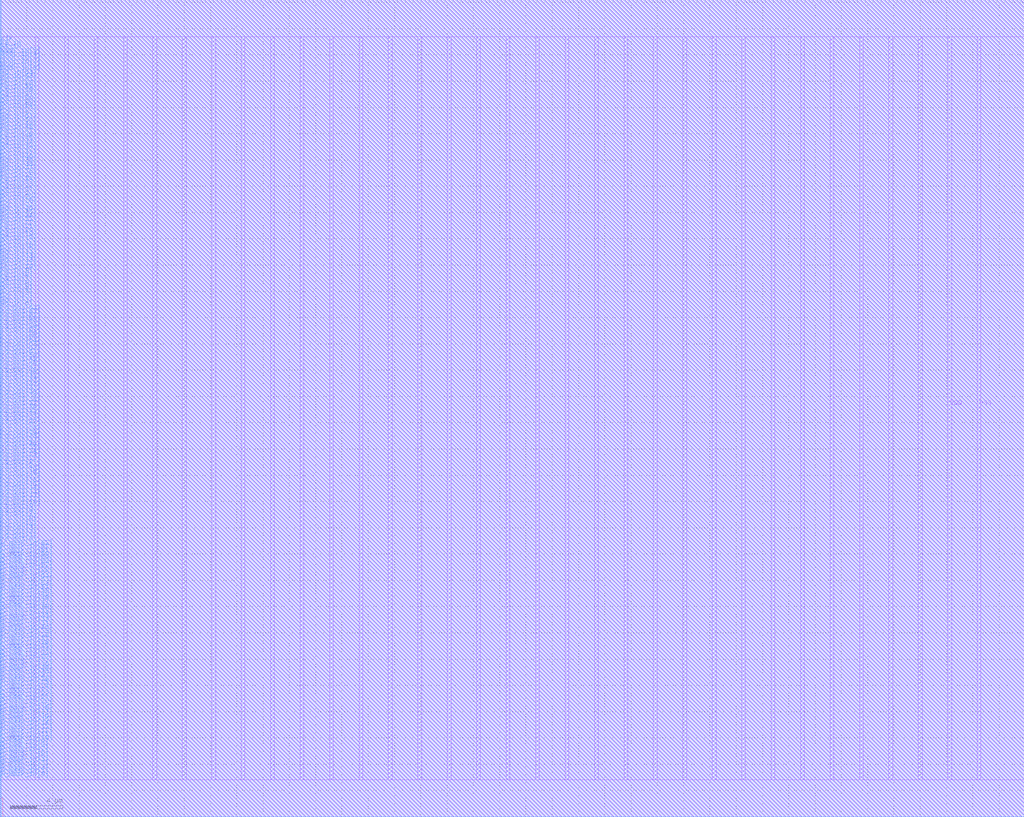
<source format=lef>
VERSION 5.7 ;
BUSBITCHARS "[]" ;
MACRO fakeram45_64x64_bottom
  FOREIGN fakeram45_64x64_bottom 0 0 ;
  SYMMETRY X Y R90 ;
  SIZE 0.19 BY 1.4 ;
  CLASS BLOCK ;
  PIN w_mask_in[0]
    DIRECTION INPUT ;
    USE SIGNAL ;
    SHAPE ABUTMENT ;
    PORT
      LAYER metal3 ;
      RECT 0.000 2.800 0.070 2.870 ;
    END
  END w_mask_in[0]
  PIN w_mask_in[1]
    DIRECTION INPUT ;
    USE SIGNAL ;
    SHAPE ABUTMENT ;
    PORT
      LAYER metal3 ;
      RECT 0.000 3.080 0.070 3.150 ;
    END
  END w_mask_in[1]
  PIN w_mask_in[2]
    DIRECTION INPUT ;
    USE SIGNAL ;
    SHAPE ABUTMENT ;
    PORT
      LAYER metal3 ;
      RECT 0.000 3.360 0.070 3.430 ;
    END
  END w_mask_in[2]
  PIN w_mask_in[3]
    DIRECTION INPUT ;
    USE SIGNAL ;
    SHAPE ABUTMENT ;
    PORT
      LAYER metal3 ;
      RECT 0.000 3.640 0.070 3.710 ;
    END
  END w_mask_in[3]
  PIN w_mask_in[4]
    DIRECTION INPUT ;
    USE SIGNAL ;
    SHAPE ABUTMENT ;
    PORT
      LAYER metal3 ;
      RECT 0.000 3.920 0.070 3.990 ;
    END
  END w_mask_in[4]
  PIN w_mask_in[5]
    DIRECTION INPUT ;
    USE SIGNAL ;
    SHAPE ABUTMENT ;
    PORT
      LAYER metal3 ;
      RECT 0.000 4.200 0.070 4.270 ;
    END
  END w_mask_in[5]
  PIN w_mask_in[6]
    DIRECTION INPUT ;
    USE SIGNAL ;
    SHAPE ABUTMENT ;
    PORT
      LAYER metal3 ;
      RECT 0.000 4.480 0.070 4.550 ;
    END
  END w_mask_in[6]
  PIN w_mask_in[7]
    DIRECTION INPUT ;
    USE SIGNAL ;
    SHAPE ABUTMENT ;
    PORT
      LAYER metal3 ;
      RECT 0.000 4.760 0.070 4.830 ;
    END
  END w_mask_in[7]
  PIN w_mask_in[8]
    DIRECTION INPUT ;
    USE SIGNAL ;
    SHAPE ABUTMENT ;
    PORT
      LAYER metal3 ;
      RECT 0.000 5.040 0.070 5.110 ;
    END
  END w_mask_in[8]
  PIN w_mask_in[9]
    DIRECTION INPUT ;
    USE SIGNAL ;
    SHAPE ABUTMENT ;
    PORT
      LAYER metal3 ;
      RECT 0.000 5.320 0.070 5.390 ;
    END
  END w_mask_in[9]
  PIN w_mask_in[10]
    DIRECTION INPUT ;
    USE SIGNAL ;
    SHAPE ABUTMENT ;
    PORT
      LAYER metal3 ;
      RECT 0.000 5.600 0.070 5.670 ;
    END
  END w_mask_in[10]
  PIN w_mask_in[11]
    DIRECTION INPUT ;
    USE SIGNAL ;
    SHAPE ABUTMENT ;
    PORT
      LAYER metal3 ;
      RECT 0.000 5.880 0.070 5.950 ;
    END
  END w_mask_in[11]
  PIN w_mask_in[12]
    DIRECTION INPUT ;
    USE SIGNAL ;
    SHAPE ABUTMENT ;
    PORT
      LAYER metal3 ;
      RECT 0.000 6.160 0.070 6.230 ;
    END
  END w_mask_in[12]
  PIN w_mask_in[13]
    DIRECTION INPUT ;
    USE SIGNAL ;
    SHAPE ABUTMENT ;
    PORT
      LAYER metal3 ;
      RECT 0.000 6.440 0.070 6.510 ;
    END
  END w_mask_in[13]
  PIN w_mask_in[14]
    DIRECTION INPUT ;
    USE SIGNAL ;
    SHAPE ABUTMENT ;
    PORT
      LAYER metal3 ;
      RECT 0.000 6.720 0.070 6.790 ;
    END
  END w_mask_in[14]
  PIN w_mask_in[15]
    DIRECTION INPUT ;
    USE SIGNAL ;
    SHAPE ABUTMENT ;
    PORT
      LAYER metal3 ;
      RECT 0.000 7.000 0.070 7.070 ;
    END
  END w_mask_in[15]
  PIN w_mask_in[16]
    DIRECTION INPUT ;
    USE SIGNAL ;
    SHAPE ABUTMENT ;
    PORT
      LAYER metal3 ;
      RECT 0.000 7.280 0.070 7.350 ;
    END
  END w_mask_in[16]
  PIN w_mask_in[17]
    DIRECTION INPUT ;
    USE SIGNAL ;
    SHAPE ABUTMENT ;
    PORT
      LAYER metal3 ;
      RECT 0.000 7.560 0.070 7.630 ;
    END
  END w_mask_in[17]
  PIN w_mask_in[18]
    DIRECTION INPUT ;
    USE SIGNAL ;
    SHAPE ABUTMENT ;
    PORT
      LAYER metal3 ;
      RECT 0.000 7.840 0.070 7.910 ;
    END
  END w_mask_in[18]
  PIN w_mask_in[19]
    DIRECTION INPUT ;
    USE SIGNAL ;
    SHAPE ABUTMENT ;
    PORT
      LAYER metal3 ;
      RECT 0.000 8.120 0.070 8.190 ;
    END
  END w_mask_in[19]
  PIN w_mask_in[20]
    DIRECTION INPUT ;
    USE SIGNAL ;
    SHAPE ABUTMENT ;
    PORT
      LAYER metal3 ;
      RECT 0.000 8.400 0.070 8.470 ;
    END
  END w_mask_in[20]
  PIN w_mask_in[21]
    DIRECTION INPUT ;
    USE SIGNAL ;
    SHAPE ABUTMENT ;
    PORT
      LAYER metal3 ;
      RECT 0.000 8.680 0.070 8.750 ;
    END
  END w_mask_in[21]
  PIN w_mask_in[22]
    DIRECTION INPUT ;
    USE SIGNAL ;
    SHAPE ABUTMENT ;
    PORT
      LAYER metal3 ;
      RECT 0.000 8.960 0.070 9.030 ;
    END
  END w_mask_in[22]
  PIN w_mask_in[23]
    DIRECTION INPUT ;
    USE SIGNAL ;
    SHAPE ABUTMENT ;
    PORT
      LAYER metal3 ;
      RECT 0.000 9.240 0.070 9.310 ;
    END
  END w_mask_in[23]
  PIN w_mask_in[24]
    DIRECTION INPUT ;
    USE SIGNAL ;
    SHAPE ABUTMENT ;
    PORT
      LAYER metal3 ;
      RECT 0.000 9.520 0.070 9.590 ;
    END
  END w_mask_in[24]
  PIN w_mask_in[25]
    DIRECTION INPUT ;
    USE SIGNAL ;
    SHAPE ABUTMENT ;
    PORT
      LAYER metal3 ;
      RECT 0.000 9.800 0.070 9.870 ;
    END
  END w_mask_in[25]
  PIN w_mask_in[26]
    DIRECTION INPUT ;
    USE SIGNAL ;
    SHAPE ABUTMENT ;
    PORT
      LAYER metal3 ;
      RECT 0.000 10.080 0.070 10.150 ;
    END
  END w_mask_in[26]
  PIN w_mask_in[27]
    DIRECTION INPUT ;
    USE SIGNAL ;
    SHAPE ABUTMENT ;
    PORT
      LAYER metal3 ;
      RECT 0.000 10.360 0.070 10.430 ;
    END
  END w_mask_in[27]
  PIN w_mask_in[28]
    DIRECTION INPUT ;
    USE SIGNAL ;
    SHAPE ABUTMENT ;
    PORT
      LAYER metal3 ;
      RECT 0.000 10.640 0.070 10.710 ;
    END
  END w_mask_in[28]
  PIN w_mask_in[29]
    DIRECTION INPUT ;
    USE SIGNAL ;
    SHAPE ABUTMENT ;
    PORT
      LAYER metal3 ;
      RECT 0.000 10.920 0.070 10.990 ;
    END
  END w_mask_in[29]
  PIN w_mask_in[30]
    DIRECTION INPUT ;
    USE SIGNAL ;
    SHAPE ABUTMENT ;
    PORT
      LAYER metal3 ;
      RECT 0.000 11.200 0.070 11.270 ;
    END
  END w_mask_in[30]
  PIN w_mask_in[31]
    DIRECTION INPUT ;
    USE SIGNAL ;
    SHAPE ABUTMENT ;
    PORT
      LAYER metal3 ;
      RECT 0.000 11.480 0.070 11.550 ;
    END
  END w_mask_in[31]
  PIN w_mask_in[32]
    DIRECTION INPUT ;
    USE SIGNAL ;
    SHAPE ABUTMENT ;
    PORT
      LAYER metal3 ;
      RECT 0.000 11.760 0.070 11.830 ;
    END
  END w_mask_in[32]
  PIN w_mask_in[33]
    DIRECTION INPUT ;
    USE SIGNAL ;
    SHAPE ABUTMENT ;
    PORT
      LAYER metal3 ;
      RECT 0.000 12.040 0.070 12.110 ;
    END
  END w_mask_in[33]
  PIN w_mask_in[34]
    DIRECTION INPUT ;
    USE SIGNAL ;
    SHAPE ABUTMENT ;
    PORT
      LAYER metal3 ;
      RECT 0.000 12.320 0.070 12.390 ;
    END
  END w_mask_in[34]
  PIN w_mask_in[35]
    DIRECTION INPUT ;
    USE SIGNAL ;
    SHAPE ABUTMENT ;
    PORT
      LAYER metal3 ;
      RECT 0.000 12.600 0.070 12.670 ;
    END
  END w_mask_in[35]
  PIN w_mask_in[36]
    DIRECTION INPUT ;
    USE SIGNAL ;
    SHAPE ABUTMENT ;
    PORT
      LAYER metal3 ;
      RECT 0.000 12.880 0.070 12.950 ;
    END
  END w_mask_in[36]
  PIN w_mask_in[37]
    DIRECTION INPUT ;
    USE SIGNAL ;
    SHAPE ABUTMENT ;
    PORT
      LAYER metal3 ;
      RECT 0.000 13.160 0.070 13.230 ;
    END
  END w_mask_in[37]
  PIN w_mask_in[38]
    DIRECTION INPUT ;
    USE SIGNAL ;
    SHAPE ABUTMENT ;
    PORT
      LAYER metal3 ;
      RECT 0.000 13.440 0.070 13.510 ;
    END
  END w_mask_in[38]
  PIN w_mask_in[39]
    DIRECTION INPUT ;
    USE SIGNAL ;
    SHAPE ABUTMENT ;
    PORT
      LAYER metal3 ;
      RECT 0.000 13.720 0.070 13.790 ;
    END
  END w_mask_in[39]
  PIN w_mask_in[40]
    DIRECTION INPUT ;
    USE SIGNAL ;
    SHAPE ABUTMENT ;
    PORT
      LAYER metal3 ;
      RECT 0.000 14.000 0.070 14.070 ;
    END
  END w_mask_in[40]
  PIN w_mask_in[41]
    DIRECTION INPUT ;
    USE SIGNAL ;
    SHAPE ABUTMENT ;
    PORT
      LAYER metal3 ;
      RECT 0.000 14.280 0.070 14.350 ;
    END
  END w_mask_in[41]
  PIN w_mask_in[42]
    DIRECTION INPUT ;
    USE SIGNAL ;
    SHAPE ABUTMENT ;
    PORT
      LAYER metal3 ;
      RECT 0.000 14.560 0.070 14.630 ;
    END
  END w_mask_in[42]
  PIN w_mask_in[43]
    DIRECTION INPUT ;
    USE SIGNAL ;
    SHAPE ABUTMENT ;
    PORT
      LAYER metal3 ;
      RECT 0.000 14.840 0.070 14.910 ;
    END
  END w_mask_in[43]
  PIN w_mask_in[44]
    DIRECTION INPUT ;
    USE SIGNAL ;
    SHAPE ABUTMENT ;
    PORT
      LAYER metal3 ;
      RECT 0.000 15.120 0.070 15.190 ;
    END
  END w_mask_in[44]
  PIN w_mask_in[45]
    DIRECTION INPUT ;
    USE SIGNAL ;
    SHAPE ABUTMENT ;
    PORT
      LAYER metal3 ;
      RECT 0.000 15.400 0.070 15.470 ;
    END
  END w_mask_in[45]
  PIN w_mask_in[46]
    DIRECTION INPUT ;
    USE SIGNAL ;
    SHAPE ABUTMENT ;
    PORT
      LAYER metal3 ;
      RECT 0.000 15.680 0.070 15.750 ;
    END
  END w_mask_in[46]
  PIN w_mask_in[47]
    DIRECTION INPUT ;
    USE SIGNAL ;
    SHAPE ABUTMENT ;
    PORT
      LAYER metal3 ;
      RECT 0.000 15.960 0.070 16.030 ;
    END
  END w_mask_in[47]
  PIN w_mask_in[48]
    DIRECTION INPUT ;
    USE SIGNAL ;
    SHAPE ABUTMENT ;
    PORT
      LAYER metal3 ;
      RECT 0.000 16.240 0.070 16.310 ;
    END
  END w_mask_in[48]
  PIN w_mask_in[49]
    DIRECTION INPUT ;
    USE SIGNAL ;
    SHAPE ABUTMENT ;
    PORT
      LAYER metal3 ;
      RECT 0.000 16.520 0.070 16.590 ;
    END
  END w_mask_in[49]
  PIN w_mask_in[50]
    DIRECTION INPUT ;
    USE SIGNAL ;
    SHAPE ABUTMENT ;
    PORT
      LAYER metal3 ;
      RECT 0.000 16.800 0.070 16.870 ;
    END
  END w_mask_in[50]
  PIN w_mask_in[51]
    DIRECTION INPUT ;
    USE SIGNAL ;
    SHAPE ABUTMENT ;
    PORT
      LAYER metal3 ;
      RECT 0.000 17.080 0.070 17.150 ;
    END
  END w_mask_in[51]
  PIN w_mask_in[52]
    DIRECTION INPUT ;
    USE SIGNAL ;
    SHAPE ABUTMENT ;
    PORT
      LAYER metal3 ;
      RECT 0.000 17.360 0.070 17.430 ;
    END
  END w_mask_in[52]
  PIN w_mask_in[53]
    DIRECTION INPUT ;
    USE SIGNAL ;
    SHAPE ABUTMENT ;
    PORT
      LAYER metal3 ;
      RECT 0.000 17.640 0.070 17.710 ;
    END
  END w_mask_in[53]
  PIN w_mask_in[54]
    DIRECTION INPUT ;
    USE SIGNAL ;
    SHAPE ABUTMENT ;
    PORT
      LAYER metal3 ;
      RECT 0.000 17.920 0.070 17.990 ;
    END
  END w_mask_in[54]
  PIN w_mask_in[55]
    DIRECTION INPUT ;
    USE SIGNAL ;
    SHAPE ABUTMENT ;
    PORT
      LAYER metal3 ;
      RECT 0.000 18.200 0.070 18.270 ;
    END
  END w_mask_in[55]
  PIN w_mask_in[56]
    DIRECTION INPUT ;
    USE SIGNAL ;
    SHAPE ABUTMENT ;
    PORT
      LAYER metal3 ;
      RECT 0.000 18.480 0.070 18.550 ;
    END
  END w_mask_in[56]
  PIN w_mask_in[57]
    DIRECTION INPUT ;
    USE SIGNAL ;
    SHAPE ABUTMENT ;
    PORT
      LAYER metal3 ;
      RECT 0.000 18.760 0.070 18.830 ;
    END
  END w_mask_in[57]
  PIN w_mask_in[58]
    DIRECTION INPUT ;
    USE SIGNAL ;
    SHAPE ABUTMENT ;
    PORT
      LAYER metal3 ;
      RECT 0.000 19.040 0.070 19.110 ;
    END
  END w_mask_in[58]
  PIN w_mask_in[59]
    DIRECTION INPUT ;
    USE SIGNAL ;
    SHAPE ABUTMENT ;
    PORT
      LAYER metal3 ;
      RECT 0.000 19.320 0.070 19.390 ;
    END
  END w_mask_in[59]
  PIN w_mask_in[60]
    DIRECTION INPUT ;
    USE SIGNAL ;
    SHAPE ABUTMENT ;
    PORT
      LAYER metal3 ;
      RECT 0.000 19.600 0.070 19.670 ;
    END
  END w_mask_in[60]
  PIN w_mask_in[61]
    DIRECTION INPUT ;
    USE SIGNAL ;
    SHAPE ABUTMENT ;
    PORT
      LAYER metal3 ;
      RECT 0.000 19.880 0.070 19.950 ;
    END
  END w_mask_in[61]
  PIN w_mask_in[62]
    DIRECTION INPUT ;
    USE SIGNAL ;
    SHAPE ABUTMENT ;
    PORT
      LAYER metal3 ;
      RECT 0.000 20.160 0.070 20.230 ;
    END
  END w_mask_in[62]
  PIN w_mask_in[63]
    DIRECTION INPUT ;
    USE SIGNAL ;
    SHAPE ABUTMENT ;
    PORT
      LAYER metal3 ;
      RECT 0.000 20.440 0.070 20.510 ;
    END
  END w_mask_in[63]
  PIN rd_out[0]
    DIRECTION OUTPUT ;
    USE SIGNAL ;
    SHAPE ABUTMENT ;
    PORT
      LAYER metal3 ;
      RECT 0.000 20.720 0.070 20.790 ;
    END
  END rd_out[0]
  PIN rd_out[1]
    DIRECTION OUTPUT ;
    USE SIGNAL ;
    SHAPE ABUTMENT ;
    PORT
      LAYER metal3 ;
      RECT 0.000 21.000 0.070 21.070 ;
    END
  END rd_out[1]
  PIN rd_out[2]
    DIRECTION OUTPUT ;
    USE SIGNAL ;
    SHAPE ABUTMENT ;
    PORT
      LAYER metal3 ;
      RECT 0.000 21.280 0.070 21.350 ;
    END
  END rd_out[2]
  PIN rd_out[3]
    DIRECTION OUTPUT ;
    USE SIGNAL ;
    SHAPE ABUTMENT ;
    PORT
      LAYER metal3 ;
      RECT 0.000 21.560 0.070 21.630 ;
    END
  END rd_out[3]
  PIN rd_out[4]
    DIRECTION OUTPUT ;
    USE SIGNAL ;
    SHAPE ABUTMENT ;
    PORT
      LAYER metal3 ;
      RECT 0.000 21.840 0.070 21.910 ;
    END
  END rd_out[4]
  PIN rd_out[5]
    DIRECTION OUTPUT ;
    USE SIGNAL ;
    SHAPE ABUTMENT ;
    PORT
      LAYER metal3 ;
      RECT 0.000 22.120 0.070 22.190 ;
    END
  END rd_out[5]
  PIN rd_out[6]
    DIRECTION OUTPUT ;
    USE SIGNAL ;
    SHAPE ABUTMENT ;
    PORT
      LAYER metal3 ;
      RECT 0.000 22.400 0.070 22.470 ;
    END
  END rd_out[6]
  PIN rd_out[7]
    DIRECTION OUTPUT ;
    USE SIGNAL ;
    SHAPE ABUTMENT ;
    PORT
      LAYER metal3 ;
      RECT 0.000 22.680 0.070 22.750 ;
    END
  END rd_out[7]
  PIN rd_out[8]
    DIRECTION OUTPUT ;
    USE SIGNAL ;
    SHAPE ABUTMENT ;
    PORT
      LAYER metal3 ;
      RECT 0.000 22.960 0.070 23.030 ;
    END
  END rd_out[8]
  PIN rd_out[9]
    DIRECTION OUTPUT ;
    USE SIGNAL ;
    SHAPE ABUTMENT ;
    PORT
      LAYER metal3 ;
      RECT 0.000 23.240 0.070 23.310 ;
    END
  END rd_out[9]
  PIN rd_out[10]
    DIRECTION OUTPUT ;
    USE SIGNAL ;
    SHAPE ABUTMENT ;
    PORT
      LAYER metal3 ;
      RECT 0.000 23.520 0.070 23.590 ;
    END
  END rd_out[10]
  PIN rd_out[11]
    DIRECTION OUTPUT ;
    USE SIGNAL ;
    SHAPE ABUTMENT ;
    PORT
      LAYER metal3 ;
      RECT 0.000 23.800 0.070 23.870 ;
    END
  END rd_out[11]
  PIN rd_out[12]
    DIRECTION OUTPUT ;
    USE SIGNAL ;
    SHAPE ABUTMENT ;
    PORT
      LAYER metal3 ;
      RECT 0.000 24.080 0.070 24.150 ;
    END
  END rd_out[12]
  PIN rd_out[13]
    DIRECTION OUTPUT ;
    USE SIGNAL ;
    SHAPE ABUTMENT ;
    PORT
      LAYER metal3 ;
      RECT 0.000 24.360 0.070 24.430 ;
    END
  END rd_out[13]
  PIN rd_out[14]
    DIRECTION OUTPUT ;
    USE SIGNAL ;
    SHAPE ABUTMENT ;
    PORT
      LAYER metal3 ;
      RECT 0.000 24.640 0.070 24.710 ;
    END
  END rd_out[14]
  PIN rd_out[15]
    DIRECTION OUTPUT ;
    USE SIGNAL ;
    SHAPE ABUTMENT ;
    PORT
      LAYER metal3 ;
      RECT 0.000 24.920 0.070 24.990 ;
    END
  END rd_out[15]
  PIN rd_out[16]
    DIRECTION OUTPUT ;
    USE SIGNAL ;
    SHAPE ABUTMENT ;
    PORT
      LAYER metal3 ;
      RECT 0.000 25.200 0.070 25.270 ;
    END
  END rd_out[16]
  PIN rd_out[17]
    DIRECTION OUTPUT ;
    USE SIGNAL ;
    SHAPE ABUTMENT ;
    PORT
      LAYER metal3 ;
      RECT 0.000 25.480 0.070 25.550 ;
    END
  END rd_out[17]
  PIN rd_out[18]
    DIRECTION OUTPUT ;
    USE SIGNAL ;
    SHAPE ABUTMENT ;
    PORT
      LAYER metal3 ;
      RECT 0.000 25.760 0.070 25.830 ;
    END
  END rd_out[18]
  PIN rd_out[19]
    DIRECTION OUTPUT ;
    USE SIGNAL ;
    SHAPE ABUTMENT ;
    PORT
      LAYER metal3 ;
      RECT 0.000 26.040 0.070 26.110 ;
    END
  END rd_out[19]
  PIN rd_out[20]
    DIRECTION OUTPUT ;
    USE SIGNAL ;
    SHAPE ABUTMENT ;
    PORT
      LAYER metal3 ;
      RECT 0.000 26.320 0.070 26.390 ;
    END
  END rd_out[20]
  PIN rd_out[21]
    DIRECTION OUTPUT ;
    USE SIGNAL ;
    SHAPE ABUTMENT ;
    PORT
      LAYER metal3 ;
      RECT 0.000 26.600 0.070 26.670 ;
    END
  END rd_out[21]
  PIN rd_out[22]
    DIRECTION OUTPUT ;
    USE SIGNAL ;
    SHAPE ABUTMENT ;
    PORT
      LAYER metal3 ;
      RECT 0.000 26.880 0.070 26.950 ;
    END
  END rd_out[22]
  PIN rd_out[23]
    DIRECTION OUTPUT ;
    USE SIGNAL ;
    SHAPE ABUTMENT ;
    PORT
      LAYER metal3 ;
      RECT 0.000 27.160 0.070 27.230 ;
    END
  END rd_out[23]
  PIN rd_out[24]
    DIRECTION OUTPUT ;
    USE SIGNAL ;
    SHAPE ABUTMENT ;
    PORT
      LAYER metal3 ;
      RECT 0.000 27.440 0.070 27.510 ;
    END
  END rd_out[24]
  PIN rd_out[25]
    DIRECTION OUTPUT ;
    USE SIGNAL ;
    SHAPE ABUTMENT ;
    PORT
      LAYER metal3 ;
      RECT 0.000 27.720 0.070 27.790 ;
    END
  END rd_out[25]
  PIN rd_out[26]
    DIRECTION OUTPUT ;
    USE SIGNAL ;
    SHAPE ABUTMENT ;
    PORT
      LAYER metal3 ;
      RECT 0.000 28.000 0.070 28.070 ;
    END
  END rd_out[26]
  PIN rd_out[27]
    DIRECTION OUTPUT ;
    USE SIGNAL ;
    SHAPE ABUTMENT ;
    PORT
      LAYER metal3 ;
      RECT 0.000 28.280 0.070 28.350 ;
    END
  END rd_out[27]
  PIN rd_out[28]
    DIRECTION OUTPUT ;
    USE SIGNAL ;
    SHAPE ABUTMENT ;
    PORT
      LAYER metal3 ;
      RECT 0.000 28.560 0.070 28.630 ;
    END
  END rd_out[28]
  PIN rd_out[29]
    DIRECTION OUTPUT ;
    USE SIGNAL ;
    SHAPE ABUTMENT ;
    PORT
      LAYER metal3 ;
      RECT 0.000 28.840 0.070 28.910 ;
    END
  END rd_out[29]
  PIN rd_out[30]
    DIRECTION OUTPUT ;
    USE SIGNAL ;
    SHAPE ABUTMENT ;
    PORT
      LAYER metal3 ;
      RECT 0.000 29.120 0.070 29.190 ;
    END
  END rd_out[30]
  PIN rd_out[31]
    DIRECTION OUTPUT ;
    USE SIGNAL ;
    SHAPE ABUTMENT ;
    PORT
      LAYER metal3 ;
      RECT 0.000 29.400 0.070 29.470 ;
    END
  END rd_out[31]
  PIN rd_out[32]
    DIRECTION OUTPUT ;
    USE SIGNAL ;
    SHAPE ABUTMENT ;
    PORT
      LAYER metal3 ;
      RECT 0.000 29.680 0.070 29.750 ;
    END
  END rd_out[32]
  PIN rd_out[33]
    DIRECTION OUTPUT ;
    USE SIGNAL ;
    SHAPE ABUTMENT ;
    PORT
      LAYER metal3 ;
      RECT 0.000 29.960 0.070 30.030 ;
    END
  END rd_out[33]
  PIN rd_out[34]
    DIRECTION OUTPUT ;
    USE SIGNAL ;
    SHAPE ABUTMENT ;
    PORT
      LAYER metal3 ;
      RECT 0.000 30.240 0.070 30.310 ;
    END
  END rd_out[34]
  PIN rd_out[35]
    DIRECTION OUTPUT ;
    USE SIGNAL ;
    SHAPE ABUTMENT ;
    PORT
      LAYER metal3 ;
      RECT 0.000 30.520 0.070 30.590 ;
    END
  END rd_out[35]
  PIN rd_out[36]
    DIRECTION OUTPUT ;
    USE SIGNAL ;
    SHAPE ABUTMENT ;
    PORT
      LAYER metal3 ;
      RECT 0.000 30.800 0.070 30.870 ;
    END
  END rd_out[36]
  PIN rd_out[37]
    DIRECTION OUTPUT ;
    USE SIGNAL ;
    SHAPE ABUTMENT ;
    PORT
      LAYER metal3 ;
      RECT 0.000 31.080 0.070 31.150 ;
    END
  END rd_out[37]
  PIN rd_out[38]
    DIRECTION OUTPUT ;
    USE SIGNAL ;
    SHAPE ABUTMENT ;
    PORT
      LAYER metal3 ;
      RECT 0.000 31.360 0.070 31.430 ;
    END
  END rd_out[38]
  PIN rd_out[39]
    DIRECTION OUTPUT ;
    USE SIGNAL ;
    SHAPE ABUTMENT ;
    PORT
      LAYER metal3 ;
      RECT 0.000 31.640 0.070 31.710 ;
    END
  END rd_out[39]
  PIN rd_out[40]
    DIRECTION OUTPUT ;
    USE SIGNAL ;
    SHAPE ABUTMENT ;
    PORT
      LAYER metal3 ;
      RECT 0.000 31.920 0.070 31.990 ;
    END
  END rd_out[40]
  PIN rd_out[41]
    DIRECTION OUTPUT ;
    USE SIGNAL ;
    SHAPE ABUTMENT ;
    PORT
      LAYER metal3 ;
      RECT 0.000 32.200 0.070 32.270 ;
    END
  END rd_out[41]
  PIN rd_out[42]
    DIRECTION OUTPUT ;
    USE SIGNAL ;
    SHAPE ABUTMENT ;
    PORT
      LAYER metal3 ;
      RECT 0.000 32.480 0.070 32.550 ;
    END
  END rd_out[42]
  PIN rd_out[43]
    DIRECTION OUTPUT ;
    USE SIGNAL ;
    SHAPE ABUTMENT ;
    PORT
      LAYER metal3 ;
      RECT 0.000 32.760 0.070 32.830 ;
    END
  END rd_out[43]
  PIN rd_out[44]
    DIRECTION OUTPUT ;
    USE SIGNAL ;
    SHAPE ABUTMENT ;
    PORT
      LAYER metal3 ;
      RECT 0.000 33.040 0.070 33.110 ;
    END
  END rd_out[44]
  PIN rd_out[45]
    DIRECTION OUTPUT ;
    USE SIGNAL ;
    SHAPE ABUTMENT ;
    PORT
      LAYER metal3 ;
      RECT 0.000 33.320 0.070 33.390 ;
    END
  END rd_out[45]
  PIN rd_out[46]
    DIRECTION OUTPUT ;
    USE SIGNAL ;
    SHAPE ABUTMENT ;
    PORT
      LAYER metal3 ;
      RECT 0.000 33.600 0.070 33.670 ;
    END
  END rd_out[46]
  PIN rd_out[47]
    DIRECTION OUTPUT ;
    USE SIGNAL ;
    SHAPE ABUTMENT ;
    PORT
      LAYER metal3 ;
      RECT 0.000 33.880 0.070 33.950 ;
    END
  END rd_out[47]
  PIN rd_out[48]
    DIRECTION OUTPUT ;
    USE SIGNAL ;
    SHAPE ABUTMENT ;
    PORT
      LAYER metal3 ;
      RECT 0.000 34.160 0.070 34.230 ;
    END
  END rd_out[48]
  PIN rd_out[49]
    DIRECTION OUTPUT ;
    USE SIGNAL ;
    SHAPE ABUTMENT ;
    PORT
      LAYER metal3 ;
      RECT 0.000 34.440 0.070 34.510 ;
    END
  END rd_out[49]
  PIN rd_out[50]
    DIRECTION OUTPUT ;
    USE SIGNAL ;
    SHAPE ABUTMENT ;
    PORT
      LAYER metal3 ;
      RECT 0.000 34.720 0.070 34.790 ;
    END
  END rd_out[50]
  PIN rd_out[51]
    DIRECTION OUTPUT ;
    USE SIGNAL ;
    SHAPE ABUTMENT ;
    PORT
      LAYER metal3 ;
      RECT 0.000 35.000 0.070 35.070 ;
    END
  END rd_out[51]
  PIN rd_out[52]
    DIRECTION OUTPUT ;
    USE SIGNAL ;
    SHAPE ABUTMENT ;
    PORT
      LAYER metal3 ;
      RECT 0.000 35.280 0.070 35.350 ;
    END
  END rd_out[52]
  PIN rd_out[53]
    DIRECTION OUTPUT ;
    USE SIGNAL ;
    SHAPE ABUTMENT ;
    PORT
      LAYER metal3 ;
      RECT 0.000 35.560 0.070 35.630 ;
    END
  END rd_out[53]
  PIN rd_out[54]
    DIRECTION OUTPUT ;
    USE SIGNAL ;
    SHAPE ABUTMENT ;
    PORT
      LAYER metal3 ;
      RECT 0.000 35.840 0.070 35.910 ;
    END
  END rd_out[54]
  PIN rd_out[55]
    DIRECTION OUTPUT ;
    USE SIGNAL ;
    SHAPE ABUTMENT ;
    PORT
      LAYER metal3 ;
      RECT 0.000 36.120 0.070 36.190 ;
    END
  END rd_out[55]
  PIN rd_out[56]
    DIRECTION OUTPUT ;
    USE SIGNAL ;
    SHAPE ABUTMENT ;
    PORT
      LAYER metal3 ;
      RECT 0.000 36.400 0.070 36.470 ;
    END
  END rd_out[56]
  PIN rd_out[57]
    DIRECTION OUTPUT ;
    USE SIGNAL ;
    SHAPE ABUTMENT ;
    PORT
      LAYER metal3 ;
      RECT 0.000 36.680 0.070 36.750 ;
    END
  END rd_out[57]
  PIN rd_out[58]
    DIRECTION OUTPUT ;
    USE SIGNAL ;
    SHAPE ABUTMENT ;
    PORT
      LAYER metal3 ;
      RECT 0.000 36.960 0.070 37.030 ;
    END
  END rd_out[58]
  PIN rd_out[59]
    DIRECTION OUTPUT ;
    USE SIGNAL ;
    SHAPE ABUTMENT ;
    PORT
      LAYER metal3 ;
      RECT 0.000 37.240 0.070 37.310 ;
    END
  END rd_out[59]
  PIN rd_out[60]
    DIRECTION OUTPUT ;
    USE SIGNAL ;
    SHAPE ABUTMENT ;
    PORT
      LAYER metal3 ;
      RECT 0.000 37.520 0.070 37.590 ;
    END
  END rd_out[60]
  PIN rd_out[61]
    DIRECTION OUTPUT ;
    USE SIGNAL ;
    SHAPE ABUTMENT ;
    PORT
      LAYER metal3 ;
      RECT 0.000 37.800 0.070 37.870 ;
    END
  END rd_out[61]
  PIN rd_out[62]
    DIRECTION OUTPUT ;
    USE SIGNAL ;
    SHAPE ABUTMENT ;
    PORT
      LAYER metal3 ;
      RECT 0.000 38.080 0.070 38.150 ;
    END
  END rd_out[62]
  PIN rd_out[63]
    DIRECTION OUTPUT ;
    USE SIGNAL ;
    SHAPE ABUTMENT ;
    PORT
      LAYER metal3 ;
      RECT 0.000 38.360 0.070 38.430 ;
    END
  END rd_out[63]
  PIN wd_in[0]
    DIRECTION INPUT ;
    USE SIGNAL ;
    SHAPE ABUTMENT ;
    PORT
      LAYER metal3 ;
      RECT 0.000 38.640 0.070 38.710 ;
    END
  END wd_in[0]
  PIN wd_in[1]
    DIRECTION INPUT ;
    USE SIGNAL ;
    SHAPE ABUTMENT ;
    PORT
      LAYER metal3 ;
      RECT 0.000 38.920 0.070 38.990 ;
    END
  END wd_in[1]
  PIN wd_in[2]
    DIRECTION INPUT ;
    USE SIGNAL ;
    SHAPE ABUTMENT ;
    PORT
      LAYER metal3 ;
      RECT 0.000 39.200 0.070 39.270 ;
    END
  END wd_in[2]
  PIN wd_in[3]
    DIRECTION INPUT ;
    USE SIGNAL ;
    SHAPE ABUTMENT ;
    PORT
      LAYER metal3 ;
      RECT 0.000 39.480 0.070 39.550 ;
    END
  END wd_in[3]
  PIN wd_in[4]
    DIRECTION INPUT ;
    USE SIGNAL ;
    SHAPE ABUTMENT ;
    PORT
      LAYER metal3 ;
      RECT 0.000 39.760 0.070 39.830 ;
    END
  END wd_in[4]
  PIN wd_in[5]
    DIRECTION INPUT ;
    USE SIGNAL ;
    SHAPE ABUTMENT ;
    PORT
      LAYER metal3 ;
      RECT 0.000 40.040 0.070 40.110 ;
    END
  END wd_in[5]
  PIN wd_in[6]
    DIRECTION INPUT ;
    USE SIGNAL ;
    SHAPE ABUTMENT ;
    PORT
      LAYER metal3 ;
      RECT 0.000 40.320 0.070 40.390 ;
    END
  END wd_in[6]
  PIN wd_in[7]
    DIRECTION INPUT ;
    USE SIGNAL ;
    SHAPE ABUTMENT ;
    PORT
      LAYER metal3 ;
      RECT 0.000 40.600 0.070 40.670 ;
    END
  END wd_in[7]
  PIN wd_in[8]
    DIRECTION INPUT ;
    USE SIGNAL ;
    SHAPE ABUTMENT ;
    PORT
      LAYER metal3 ;
      RECT 0.000 40.880 0.070 40.950 ;
    END
  END wd_in[8]
  PIN wd_in[9]
    DIRECTION INPUT ;
    USE SIGNAL ;
    SHAPE ABUTMENT ;
    PORT
      LAYER metal3 ;
      RECT 0.000 41.160 0.070 41.230 ;
    END
  END wd_in[9]
  PIN wd_in[10]
    DIRECTION INPUT ;
    USE SIGNAL ;
    SHAPE ABUTMENT ;
    PORT
      LAYER metal3 ;
      RECT 0.000 41.440 0.070 41.510 ;
    END
  END wd_in[10]
  PIN wd_in[11]
    DIRECTION INPUT ;
    USE SIGNAL ;
    SHAPE ABUTMENT ;
    PORT
      LAYER metal3 ;
      RECT 0.000 41.720 0.070 41.790 ;
    END
  END wd_in[11]
  PIN wd_in[12]
    DIRECTION INPUT ;
    USE SIGNAL ;
    SHAPE ABUTMENT ;
    PORT
      LAYER metal3 ;
      RECT 0.000 42.000 0.070 42.070 ;
    END
  END wd_in[12]
  PIN wd_in[13]
    DIRECTION INPUT ;
    USE SIGNAL ;
    SHAPE ABUTMENT ;
    PORT
      LAYER metal3 ;
      RECT 0.000 42.280 0.070 42.350 ;
    END
  END wd_in[13]
  PIN wd_in[14]
    DIRECTION INPUT ;
    USE SIGNAL ;
    SHAPE ABUTMENT ;
    PORT
      LAYER metal3 ;
      RECT 0.000 42.560 0.070 42.630 ;
    END
  END wd_in[14]
  PIN wd_in[15]
    DIRECTION INPUT ;
    USE SIGNAL ;
    SHAPE ABUTMENT ;
    PORT
      LAYER metal3 ;
      RECT 0.000 42.840 0.070 42.910 ;
    END
  END wd_in[15]
  PIN wd_in[16]
    DIRECTION INPUT ;
    USE SIGNAL ;
    SHAPE ABUTMENT ;
    PORT
      LAYER metal3 ;
      RECT 0.000 43.120 0.070 43.190 ;
    END
  END wd_in[16]
  PIN wd_in[17]
    DIRECTION INPUT ;
    USE SIGNAL ;
    SHAPE ABUTMENT ;
    PORT
      LAYER metal3 ;
      RECT 0.000 43.400 0.070 43.470 ;
    END
  END wd_in[17]
  PIN wd_in[18]
    DIRECTION INPUT ;
    USE SIGNAL ;
    SHAPE ABUTMENT ;
    PORT
      LAYER metal3 ;
      RECT 0.000 43.680 0.070 43.750 ;
    END
  END wd_in[18]
  PIN wd_in[19]
    DIRECTION INPUT ;
    USE SIGNAL ;
    SHAPE ABUTMENT ;
    PORT
      LAYER metal3 ;
      RECT 0.000 43.960 0.070 44.030 ;
    END
  END wd_in[19]
  PIN wd_in[20]
    DIRECTION INPUT ;
    USE SIGNAL ;
    SHAPE ABUTMENT ;
    PORT
      LAYER metal3 ;
      RECT 0.000 44.240 0.070 44.310 ;
    END
  END wd_in[20]
  PIN wd_in[21]
    DIRECTION INPUT ;
    USE SIGNAL ;
    SHAPE ABUTMENT ;
    PORT
      LAYER metal3 ;
      RECT 0.000 44.520 0.070 44.590 ;
    END
  END wd_in[21]
  PIN wd_in[22]
    DIRECTION INPUT ;
    USE SIGNAL ;
    SHAPE ABUTMENT ;
    PORT
      LAYER metal3 ;
      RECT 0.000 44.800 0.070 44.870 ;
    END
  END wd_in[22]
  PIN wd_in[23]
    DIRECTION INPUT ;
    USE SIGNAL ;
    SHAPE ABUTMENT ;
    PORT
      LAYER metal3 ;
      RECT 0.000 45.080 0.070 45.150 ;
    END
  END wd_in[23]
  PIN wd_in[24]
    DIRECTION INPUT ;
    USE SIGNAL ;
    SHAPE ABUTMENT ;
    PORT
      LAYER metal3 ;
      RECT 0.000 45.360 0.070 45.430 ;
    END
  END wd_in[24]
  PIN wd_in[25]
    DIRECTION INPUT ;
    USE SIGNAL ;
    SHAPE ABUTMENT ;
    PORT
      LAYER metal3 ;
      RECT 0.000 45.640 0.070 45.710 ;
    END
  END wd_in[25]
  PIN wd_in[26]
    DIRECTION INPUT ;
    USE SIGNAL ;
    SHAPE ABUTMENT ;
    PORT
      LAYER metal3 ;
      RECT 0.000 45.920 0.070 45.990 ;
    END
  END wd_in[26]
  PIN wd_in[27]
    DIRECTION INPUT ;
    USE SIGNAL ;
    SHAPE ABUTMENT ;
    PORT
      LAYER metal3 ;
      RECT 0.000 46.200 0.070 46.270 ;
    END
  END wd_in[27]
  PIN wd_in[28]
    DIRECTION INPUT ;
    USE SIGNAL ;
    SHAPE ABUTMENT ;
    PORT
      LAYER metal3 ;
      RECT 0.000 46.480 0.070 46.550 ;
    END
  END wd_in[28]
  PIN wd_in[29]
    DIRECTION INPUT ;
    USE SIGNAL ;
    SHAPE ABUTMENT ;
    PORT
      LAYER metal3 ;
      RECT 0.000 46.760 0.070 46.830 ;
    END
  END wd_in[29]
  PIN wd_in[30]
    DIRECTION INPUT ;
    USE SIGNAL ;
    SHAPE ABUTMENT ;
    PORT
      LAYER metal3 ;
      RECT 0.000 47.040 0.070 47.110 ;
    END
  END wd_in[30]
  PIN wd_in[31]
    DIRECTION INPUT ;
    USE SIGNAL ;
    SHAPE ABUTMENT ;
    PORT
      LAYER metal3 ;
      RECT 0.000 47.320 0.070 47.390 ;
    END
  END wd_in[31]
  PIN wd_in[32]
    DIRECTION INPUT ;
    USE SIGNAL ;
    SHAPE ABUTMENT ;
    PORT
      LAYER metal3 ;
      RECT 0.000 47.600 0.070 47.670 ;
    END
  END wd_in[32]
  PIN wd_in[33]
    DIRECTION INPUT ;
    USE SIGNAL ;
    SHAPE ABUTMENT ;
    PORT
      LAYER metal3 ;
      RECT 0.000 47.880 0.070 47.950 ;
    END
  END wd_in[33]
  PIN wd_in[34]
    DIRECTION INPUT ;
    USE SIGNAL ;
    SHAPE ABUTMENT ;
    PORT
      LAYER metal3 ;
      RECT 0.000 48.160 0.070 48.230 ;
    END
  END wd_in[34]
  PIN wd_in[35]
    DIRECTION INPUT ;
    USE SIGNAL ;
    SHAPE ABUTMENT ;
    PORT
      LAYER metal3 ;
      RECT 0.000 48.440 0.070 48.510 ;
    END
  END wd_in[35]
  PIN wd_in[36]
    DIRECTION INPUT ;
    USE SIGNAL ;
    SHAPE ABUTMENT ;
    PORT
      LAYER metal3 ;
      RECT 0.000 48.720 0.070 48.790 ;
    END
  END wd_in[36]
  PIN wd_in[37]
    DIRECTION INPUT ;
    USE SIGNAL ;
    SHAPE ABUTMENT ;
    PORT
      LAYER metal3 ;
      RECT 0.000 49.000 0.070 49.070 ;
    END
  END wd_in[37]
  PIN wd_in[38]
    DIRECTION INPUT ;
    USE SIGNAL ;
    SHAPE ABUTMENT ;
    PORT
      LAYER metal3 ;
      RECT 0.000 49.280 0.070 49.350 ;
    END
  END wd_in[38]
  PIN wd_in[39]
    DIRECTION INPUT ;
    USE SIGNAL ;
    SHAPE ABUTMENT ;
    PORT
      LAYER metal3 ;
      RECT 0.000 49.560 0.070 49.630 ;
    END
  END wd_in[39]
  PIN wd_in[40]
    DIRECTION INPUT ;
    USE SIGNAL ;
    SHAPE ABUTMENT ;
    PORT
      LAYER metal3 ;
      RECT 0.000 49.840 0.070 49.910 ;
    END
  END wd_in[40]
  PIN wd_in[41]
    DIRECTION INPUT ;
    USE SIGNAL ;
    SHAPE ABUTMENT ;
    PORT
      LAYER metal3 ;
      RECT 0.000 50.120 0.070 50.190 ;
    END
  END wd_in[41]
  PIN wd_in[42]
    DIRECTION INPUT ;
    USE SIGNAL ;
    SHAPE ABUTMENT ;
    PORT
      LAYER metal3 ;
      RECT 0.000 50.400 0.070 50.470 ;
    END
  END wd_in[42]
  PIN wd_in[43]
    DIRECTION INPUT ;
    USE SIGNAL ;
    SHAPE ABUTMENT ;
    PORT
      LAYER metal3 ;
      RECT 0.000 50.680 0.070 50.750 ;
    END
  END wd_in[43]
  PIN wd_in[44]
    DIRECTION INPUT ;
    USE SIGNAL ;
    SHAPE ABUTMENT ;
    PORT
      LAYER metal3 ;
      RECT 0.000 50.960 0.070 51.030 ;
    END
  END wd_in[44]
  PIN wd_in[45]
    DIRECTION INPUT ;
    USE SIGNAL ;
    SHAPE ABUTMENT ;
    PORT
      LAYER metal3 ;
      RECT 0.000 51.240 0.070 51.310 ;
    END
  END wd_in[45]
  PIN wd_in[46]
    DIRECTION INPUT ;
    USE SIGNAL ;
    SHAPE ABUTMENT ;
    PORT
      LAYER metal3 ;
      RECT 0.000 51.520 0.070 51.590 ;
    END
  END wd_in[46]
  PIN wd_in[47]
    DIRECTION INPUT ;
    USE SIGNAL ;
    SHAPE ABUTMENT ;
    PORT
      LAYER metal3 ;
      RECT 0.000 51.800 0.070 51.870 ;
    END
  END wd_in[47]
  PIN wd_in[48]
    DIRECTION INPUT ;
    USE SIGNAL ;
    SHAPE ABUTMENT ;
    PORT
      LAYER metal3 ;
      RECT 0.000 52.080 0.070 52.150 ;
    END
  END wd_in[48]
  PIN wd_in[49]
    DIRECTION INPUT ;
    USE SIGNAL ;
    SHAPE ABUTMENT ;
    PORT
      LAYER metal3 ;
      RECT 0.000 52.360 0.070 52.430 ;
    END
  END wd_in[49]
  PIN wd_in[50]
    DIRECTION INPUT ;
    USE SIGNAL ;
    SHAPE ABUTMENT ;
    PORT
      LAYER metal3 ;
      RECT 0.000 52.640 0.070 52.710 ;
    END
  END wd_in[50]
  PIN wd_in[51]
    DIRECTION INPUT ;
    USE SIGNAL ;
    SHAPE ABUTMENT ;
    PORT
      LAYER metal3 ;
      RECT 0.000 52.920 0.070 52.990 ;
    END
  END wd_in[51]
  PIN wd_in[52]
    DIRECTION INPUT ;
    USE SIGNAL ;
    SHAPE ABUTMENT ;
    PORT
      LAYER metal3 ;
      RECT 0.000 53.200 0.070 53.270 ;
    END
  END wd_in[52]
  PIN wd_in[53]
    DIRECTION INPUT ;
    USE SIGNAL ;
    SHAPE ABUTMENT ;
    PORT
      LAYER metal3 ;
      RECT 0.000 53.480 0.070 53.550 ;
    END
  END wd_in[53]
  PIN wd_in[54]
    DIRECTION INPUT ;
    USE SIGNAL ;
    SHAPE ABUTMENT ;
    PORT
      LAYER metal3 ;
      RECT 0.000 53.760 0.070 53.830 ;
    END
  END wd_in[54]
  PIN wd_in[55]
    DIRECTION INPUT ;
    USE SIGNAL ;
    SHAPE ABUTMENT ;
    PORT
      LAYER metal3 ;
      RECT 0.000 54.040 0.070 54.110 ;
    END
  END wd_in[55]
  PIN wd_in[56]
    DIRECTION INPUT ;
    USE SIGNAL ;
    SHAPE ABUTMENT ;
    PORT
      LAYER metal3 ;
      RECT 0.000 54.320 0.070 54.390 ;
    END
  END wd_in[56]
  PIN wd_in[57]
    DIRECTION INPUT ;
    USE SIGNAL ;
    SHAPE ABUTMENT ;
    PORT
      LAYER metal3 ;
      RECT 0.000 54.600 0.070 54.670 ;
    END
  END wd_in[57]
  PIN wd_in[58]
    DIRECTION INPUT ;
    USE SIGNAL ;
    SHAPE ABUTMENT ;
    PORT
      LAYER metal3 ;
      RECT 0.000 54.880 0.070 54.950 ;
    END
  END wd_in[58]
  PIN wd_in[59]
    DIRECTION INPUT ;
    USE SIGNAL ;
    SHAPE ABUTMENT ;
    PORT
      LAYER metal3 ;
      RECT 0.000 55.160 0.070 55.230 ;
    END
  END wd_in[59]
  PIN wd_in[60]
    DIRECTION INPUT ;
    USE SIGNAL ;
    SHAPE ABUTMENT ;
    PORT
      LAYER metal3 ;
      RECT 0.000 55.440 0.070 55.510 ;
    END
  END wd_in[60]
  PIN wd_in[61]
    DIRECTION INPUT ;
    USE SIGNAL ;
    SHAPE ABUTMENT ;
    PORT
      LAYER metal3 ;
      RECT 0.000 55.720 0.070 55.790 ;
    END
  END wd_in[61]
  PIN wd_in[62]
    DIRECTION INPUT ;
    USE SIGNAL ;
    SHAPE ABUTMENT ;
    PORT
      LAYER metal3 ;
      RECT 0.000 56.000 0.070 56.070 ;
    END
  END wd_in[62]
  PIN wd_in[63]
    DIRECTION INPUT ;
    USE SIGNAL ;
    SHAPE ABUTMENT ;
    PORT
      LAYER metal3 ;
      RECT 0.000 56.280 0.070 56.350 ;
    END
  END wd_in[63]
  PIN addr_in[0]
    DIRECTION INPUT ;
    USE SIGNAL ;
    SHAPE ABUTMENT ;
    PORT
      LAYER metal3 ;
      RECT 0.000 56.560 0.070 56.630 ;
    END
  END addr_in[0]
  PIN addr_in[1]
    DIRECTION INPUT ;
    USE SIGNAL ;
    SHAPE ABUTMENT ;
    PORT
      LAYER metal3 ;
      RECT 0.000 56.840 0.070 56.910 ;
    END
  END addr_in[1]
  PIN addr_in[2]
    DIRECTION INPUT ;
    USE SIGNAL ;
    SHAPE ABUTMENT ;
    PORT
      LAYER metal3 ;
      RECT 0.000 57.120 0.070 57.190 ;
    END
  END addr_in[2]
  PIN addr_in[3]
    DIRECTION INPUT ;
    USE SIGNAL ;
    SHAPE ABUTMENT ;
    PORT
      LAYER metal3 ;
      RECT 0.000 57.400 0.070 57.470 ;
    END
  END addr_in[3]
  PIN addr_in[4]
    DIRECTION INPUT ;
    USE SIGNAL ;
    SHAPE ABUTMENT ;
    PORT
      LAYER metal3 ;
      RECT 0.000 57.680 0.070 57.750 ;
    END
  END addr_in[4]
  PIN addr_in[5]
    DIRECTION INPUT ;
    USE SIGNAL ;
    SHAPE ABUTMENT ;
    PORT
      LAYER metal3 ;
      RECT 0.000 57.960 0.070 58.030 ;
    END
  END addr_in[5]
  PIN we_in
    DIRECTION INPUT ;
    USE SIGNAL ;
    SHAPE ABUTMENT ;
    PORT
      LAYER metal3 ;
      RECT 0.000 58.240 0.070 58.310 ;
    END
  END we_in
  PIN ce_in
    DIRECTION INPUT ;
    USE SIGNAL ;
    SHAPE ABUTMENT ;
    PORT
      LAYER metal3 ;
      RECT 0.000 58.520 0.070 58.590 ;
    END
  END ce_in
  PIN clk
    DIRECTION INPUT ;
    USE SIGNAL ;
    SHAPE ABUTMENT ;
    PORT
      LAYER metal3 ;
      RECT 0.000 58.800 0.070 58.870 ;
    END
  END clk
  PIN VSS
    DIRECTION INOUT ;
    USE GROUND ;
    PORT
      LAYER metal17 ;
      RECT 2.660 2.800 2.940 59.400 ;
      RECT 7.140 2.800 7.420 59.400 ;
      RECT 11.620 2.800 11.900 59.400 ;
      RECT 16.100 2.800 16.380 59.400 ;
      RECT 20.580 2.800 20.860 59.400 ;
      RECT 25.060 2.800 25.340 59.400 ;
      RECT 29.540 2.800 29.820 59.400 ;
      RECT 34.020 2.800 34.300 59.400 ;
      RECT 38.500 2.800 38.780 59.400 ;
      RECT 42.980 2.800 43.260 59.400 ;
      RECT 47.460 2.800 47.740 59.400 ;
      RECT 51.940 2.800 52.220 59.400 ;
      RECT 56.420 2.800 56.700 59.400 ;
      RECT 60.900 2.800 61.180 59.400 ;
      RECT 65.380 2.800 65.660 59.400 ;
      RECT 69.860 2.800 70.140 59.400 ;
      RECT 74.340 2.800 74.620 59.400 ;
    END
  END VSS
  PIN VDD
    DIRECTION INOUT ;
    USE POWER ;
    PORT
      LAYER metal17 ;
      RECT 4.900 2.800 5.180 59.400 ;
      RECT 9.380 2.800 9.660 59.400 ;
      RECT 13.860 2.800 14.140 59.400 ;
      RECT 18.340 2.800 18.620 59.400 ;
      RECT 22.820 2.800 23.100 59.400 ;
      RECT 27.300 2.800 27.580 59.400 ;
      RECT 31.780 2.800 32.060 59.400 ;
      RECT 36.260 2.800 36.540 59.400 ;
      RECT 40.740 2.800 41.020 59.400 ;
      RECT 45.220 2.800 45.500 59.400 ;
      RECT 49.700 2.800 49.980 59.400 ;
      RECT 54.180 2.800 54.460 59.400 ;
      RECT 58.660 2.800 58.940 59.400 ;
      RECT 63.140 2.800 63.420 59.400 ;
      RECT 67.620 2.800 67.900 59.400 ;
      RECT 72.100 2.800 72.380 59.400 ;
    END
  END VDD
  OBS
    LAYER metal20 ;
    RECT 0 0 77.900 62.200 ;
    LAYER metal19 ;
    RECT 0 0 77.900 62.200 ;
    LAYER metal3 ;
    RECT 0.070 0 77.900 62.200 ;
    RECT 0 0.000 0.070 2.800 ;
    RECT 0 2.870 0.070 3.080 ;
    RECT 0 3.150 0.070 3.360 ;
    RECT 0 3.430 0.070 3.640 ;
    RECT 0 3.710 0.070 3.920 ;
    RECT 0 3.990 0.070 4.200 ;
    RECT 0 4.270 0.070 4.480 ;
    RECT 0 4.550 0.070 4.760 ;
    RECT 0 4.830 0.070 5.040 ;
    RECT 0 5.110 0.070 5.320 ;
    RECT 0 5.390 0.070 5.600 ;
    RECT 0 5.670 0.070 5.880 ;
    RECT 0 5.950 0.070 6.160 ;
    RECT 0 6.230 0.070 6.440 ;
    RECT 0 6.510 0.070 6.720 ;
    RECT 0 6.790 0.070 7.000 ;
    RECT 0 7.070 0.070 7.280 ;
    RECT 0 7.350 0.070 7.560 ;
    RECT 0 7.630 0.070 7.840 ;
    RECT 0 7.910 0.070 8.120 ;
    RECT 0 8.190 0.070 8.400 ;
    RECT 0 8.470 0.070 8.680 ;
    RECT 0 8.750 0.070 8.960 ;
    RECT 0 9.030 0.070 9.240 ;
    RECT 0 9.310 0.070 9.520 ;
    RECT 0 9.590 0.070 9.800 ;
    RECT 0 9.870 0.070 10.080 ;
    RECT 0 10.150 0.070 10.360 ;
    RECT 0 10.430 0.070 10.640 ;
    RECT 0 10.710 0.070 10.920 ;
    RECT 0 10.990 0.070 11.200 ;
    RECT 0 11.270 0.070 11.480 ;
    RECT 0 11.550 0.070 11.760 ;
    RECT 0 11.830 0.070 12.040 ;
    RECT 0 12.110 0.070 12.320 ;
    RECT 0 12.390 0.070 12.600 ;
    RECT 0 12.670 0.070 12.880 ;
    RECT 0 12.950 0.070 13.160 ;
    RECT 0 13.230 0.070 13.440 ;
    RECT 0 13.510 0.070 13.720 ;
    RECT 0 13.790 0.070 14.000 ;
    RECT 0 14.070 0.070 14.280 ;
    RECT 0 14.350 0.070 14.560 ;
    RECT 0 14.630 0.070 14.840 ;
    RECT 0 14.910 0.070 15.120 ;
    RECT 0 15.190 0.070 15.400 ;
    RECT 0 15.470 0.070 15.680 ;
    RECT 0 15.750 0.070 15.960 ;
    RECT 0 16.030 0.070 16.240 ;
    RECT 0 16.310 0.070 16.520 ;
    RECT 0 16.590 0.070 16.800 ;
    RECT 0 16.870 0.070 17.080 ;
    RECT 0 17.150 0.070 17.360 ;
    RECT 0 17.430 0.070 17.640 ;
    RECT 0 17.710 0.070 17.920 ;
    RECT 0 17.990 0.070 18.200 ;
    RECT 0 18.270 0.070 18.480 ;
    RECT 0 18.550 0.070 18.760 ;
    RECT 0 18.830 0.070 19.040 ;
    RECT 0 19.110 0.070 19.320 ;
    RECT 0 19.390 0.070 19.600 ;
    RECT 0 19.670 0.070 19.880 ;
    RECT 0 19.950 0.070 20.160 ;
    RECT 0 20.230 0.070 20.440 ;
    RECT 0 20.510 0.070 20.720 ;
    RECT 0 20.790 0.070 21.000 ;
    RECT 0 21.070 0.070 21.280 ;
    RECT 0 21.350 0.070 21.560 ;
    RECT 0 21.630 0.070 21.840 ;
    RECT 0 21.910 0.070 22.120 ;
    RECT 0 22.190 0.070 22.400 ;
    RECT 0 22.470 0.070 22.680 ;
    RECT 0 22.750 0.070 22.960 ;
    RECT 0 23.030 0.070 23.240 ;
    RECT 0 23.310 0.070 23.520 ;
    RECT 0 23.590 0.070 23.800 ;
    RECT 0 23.870 0.070 24.080 ;
    RECT 0 24.150 0.070 24.360 ;
    RECT 0 24.430 0.070 24.640 ;
    RECT 0 24.710 0.070 24.920 ;
    RECT 0 24.990 0.070 25.200 ;
    RECT 0 25.270 0.070 25.480 ;
    RECT 0 25.550 0.070 25.760 ;
    RECT 0 25.830 0.070 26.040 ;
    RECT 0 26.110 0.070 26.320 ;
    RECT 0 26.390 0.070 26.600 ;
    RECT 0 26.670 0.070 26.880 ;
    RECT 0 26.950 0.070 27.160 ;
    RECT 0 27.230 0.070 27.440 ;
    RECT 0 27.510 0.070 27.720 ;
    RECT 0 27.790 0.070 28.000 ;
    RECT 0 28.070 0.070 28.280 ;
    RECT 0 28.350 0.070 28.560 ;
    RECT 0 28.630 0.070 28.840 ;
    RECT 0 28.910 0.070 29.120 ;
    RECT 0 29.190 0.070 29.400 ;
    RECT 0 29.470 0.070 29.680 ;
    RECT 0 29.750 0.070 29.960 ;
    RECT 0 30.030 0.070 30.240 ;
    RECT 0 30.310 0.070 30.520 ;
    RECT 0 30.590 0.070 30.800 ;
    RECT 0 30.870 0.070 31.080 ;
    RECT 0 31.150 0.070 31.360 ;
    RECT 0 31.430 0.070 31.640 ;
    RECT 0 31.710 0.070 31.920 ;
    RECT 0 31.990 0.070 32.200 ;
    RECT 0 32.270 0.070 32.480 ;
    RECT 0 32.550 0.070 32.760 ;
    RECT 0 32.830 0.070 33.040 ;
    RECT 0 33.110 0.070 33.320 ;
    RECT 0 33.390 0.070 33.600 ;
    RECT 0 33.670 0.070 33.880 ;
    RECT 0 33.950 0.070 34.160 ;
    RECT 0 34.230 0.070 34.440 ;
    RECT 0 34.510 0.070 34.720 ;
    RECT 0 34.790 0.070 35.000 ;
    RECT 0 35.070 0.070 35.280 ;
    RECT 0 35.350 0.070 35.560 ;
    RECT 0 35.630 0.070 35.840 ;
    RECT 0 35.910 0.070 36.120 ;
    RECT 0 36.190 0.070 36.400 ;
    RECT 0 36.470 0.070 36.680 ;
    RECT 0 36.750 0.070 36.960 ;
    RECT 0 37.030 0.070 37.240 ;
    RECT 0 37.310 0.070 37.520 ;
    RECT 0 37.590 0.070 37.800 ;
    RECT 0 37.870 0.070 38.080 ;
    RECT 0 38.150 0.070 38.360 ;
    RECT 0 38.430 0.070 38.640 ;
    RECT 0 38.710 0.070 38.920 ;
    RECT 0 38.990 0.070 39.200 ;
    RECT 0 39.270 0.070 39.480 ;
    RECT 0 39.550 0.070 39.760 ;
    RECT 0 39.830 0.070 40.040 ;
    RECT 0 40.110 0.070 40.320 ;
    RECT 0 40.390 0.070 40.600 ;
    RECT 0 40.670 0.070 40.880 ;
    RECT 0 40.950 0.070 41.160 ;
    RECT 0 41.230 0.070 41.440 ;
    RECT 0 41.510 0.070 41.720 ;
    RECT 0 41.790 0.070 42.000 ;
    RECT 0 42.070 0.070 42.280 ;
    RECT 0 42.350 0.070 42.560 ;
    RECT 0 42.630 0.070 42.840 ;
    RECT 0 42.910 0.070 43.120 ;
    RECT 0 43.190 0.070 43.400 ;
    RECT 0 43.470 0.070 43.680 ;
    RECT 0 43.750 0.070 43.960 ;
    RECT 0 44.030 0.070 44.240 ;
    RECT 0 44.310 0.070 44.520 ;
    RECT 0 44.590 0.070 44.800 ;
    RECT 0 44.870 0.070 45.080 ;
    RECT 0 45.150 0.070 45.360 ;
    RECT 0 45.430 0.070 45.640 ;
    RECT 0 45.710 0.070 45.920 ;
    RECT 0 45.990 0.070 46.200 ;
    RECT 0 46.270 0.070 46.480 ;
    RECT 0 46.550 0.070 46.760 ;
    RECT 0 46.830 0.070 47.040 ;
    RECT 0 47.110 0.070 47.320 ;
    RECT 0 47.390 0.070 47.600 ;
    RECT 0 47.670 0.070 47.880 ;
    RECT 0 47.950 0.070 48.160 ;
    RECT 0 48.230 0.070 48.440 ;
    RECT 0 48.510 0.070 48.720 ;
    RECT 0 48.790 0.070 49.000 ;
    RECT 0 49.070 0.070 49.280 ;
    RECT 0 49.350 0.070 49.560 ;
    RECT 0 49.630 0.070 49.840 ;
    RECT 0 49.910 0.070 50.120 ;
    RECT 0 50.190 0.070 50.400 ;
    RECT 0 50.470 0.070 50.680 ;
    RECT 0 50.750 0.070 50.960 ;
    RECT 0 51.030 0.070 51.240 ;
    RECT 0 51.310 0.070 51.520 ;
    RECT 0 51.590 0.070 51.800 ;
    RECT 0 51.870 0.070 52.080 ;
    RECT 0 52.150 0.070 52.360 ;
    RECT 0 52.430 0.070 52.640 ;
    RECT 0 52.710 0.070 52.920 ;
    RECT 0 52.990 0.070 53.200 ;
    RECT 0 53.270 0.070 53.480 ;
    RECT 0 53.550 0.070 53.760 ;
    RECT 0 53.830 0.070 54.040 ;
    RECT 0 54.110 0.070 54.320 ;
    RECT 0 54.390 0.070 54.600 ;
    RECT 0 54.670 0.070 54.880 ;
    RECT 0 54.950 0.070 55.160 ;
    RECT 0 55.230 0.070 55.440 ;
    RECT 0 55.510 0.070 55.720 ;
    RECT 0 55.790 0.070 56.000 ;
    RECT 0 56.070 0.070 56.280 ;
    RECT 0 56.350 0.070 56.560 ;
    RECT 0 56.630 0.070 56.840 ;
    RECT 0 56.910 0.070 57.120 ;
    RECT 0 57.190 0.070 57.400 ;
    RECT 0 57.470 0.070 57.680 ;
    RECT 0 57.750 0.070 57.960 ;
    RECT 0 58.030 0.070 58.240 ;
    RECT 0 58.310 0.070 58.520 ;
    RECT 0 58.590 0.070 58.800 ;
    RECT 0 58.870 0.070 62.200 ;
    LAYER metal17 ;
    RECT 0 0 77.900 2.800 ;
    RECT 0 59.400 77.900 62.200 ;
    RECT 0.000 2.800 2.660 59.400 ;
    RECT 2.940 2.800 4.900 59.400 ;
    RECT 5.180 2.800 7.140 59.400 ;
    RECT 7.420 2.800 9.380 59.400 ;
    RECT 9.660 2.800 11.620 59.400 ;
    RECT 11.900 2.800 13.860 59.400 ;
    RECT 14.140 2.800 16.100 59.400 ;
    RECT 16.380 2.800 18.340 59.400 ;
    RECT 18.620 2.800 20.580 59.400 ;
    RECT 20.860 2.800 22.820 59.400 ;
    RECT 23.100 2.800 25.060 59.400 ;
    RECT 25.340 2.800 27.300 59.400 ;
    RECT 27.580 2.800 29.540 59.400 ;
    RECT 29.820 2.800 31.780 59.400 ;
    RECT 32.060 2.800 34.020 59.400 ;
    RECT 34.300 2.800 36.260 59.400 ;
    RECT 36.540 2.800 38.500 59.400 ;
    RECT 38.780 2.800 40.740 59.400 ;
    RECT 41.020 2.800 42.980 59.400 ;
    RECT 43.260 2.800 45.220 59.400 ;
    RECT 45.500 2.800 47.460 59.400 ;
    RECT 47.740 2.800 49.700 59.400 ;
    RECT 49.980 2.800 51.940 59.400 ;
    RECT 52.220 2.800 54.180 59.400 ;
    RECT 54.460 2.800 56.420 59.400 ;
    RECT 56.700 2.800 58.660 59.400 ;
    RECT 58.940 2.800 60.900 59.400 ;
    RECT 61.180 2.800 63.140 59.400 ;
    RECT 63.420 2.800 65.380 59.400 ;
    RECT 65.660 2.800 67.620 59.400 ;
    RECT 67.900 2.800 69.860 59.400 ;
    RECT 70.140 2.800 72.100 59.400 ;
    RECT 72.380 2.800 74.340 59.400 ;
    RECT 74.620 2.800 77.900 59.400 ;
  END
END fakeram45_64x64_bottom

END LIBRARY

</source>
